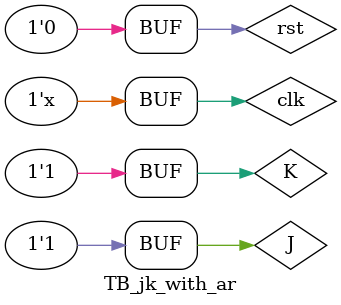
<source format=v>
module TB_jk_with_ar();
    reg clk;
    reg J;
    reg K;
    reg rst;
    wire Q;
    wire Qb;

    jk_with_ar uut (.clk(clk), .J(J), .K(K), .Q(Q), .Qb(Qb), .rst(rst));

    initial begin
        clk = 1'b0;
        rst = 1'b1;
        J = 1'b0;
        K = 1'b0;

        #10 rst = 1'b0;
        #10 J = 1'b1; K = 1'b0;
        #10 J = 1'b0; K = 1'b1;
        #10 J = 1'b1; K = 1'b1;
        #10 J = 1'b0; K = 1'b0;
        #10 J = 1'b1; K = 1'b0;
        #10 J = 1'b1; K = 1'b1;
        #10 J = 1'b0; K = 1'b1;
        #10 rst = 1'b1;
        #10 rst = 1'b0; J = 1'b1; K = 1'b1;
    end

    always #5 clk = ~clk;
endmodule


</source>
